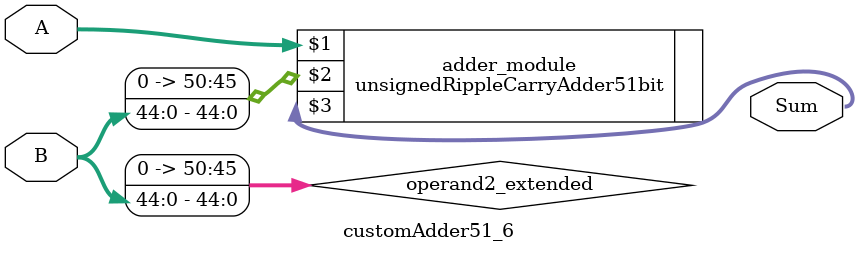
<source format=v>
module customAdder51_6(
                        input [50 : 0] A,
                        input [44 : 0] B,
                        
                        output [51 : 0] Sum
                );

        wire [50 : 0] operand2_extended;
        
        assign operand2_extended =  {6'b0, B};
        
        unsignedRippleCarryAdder51bit adder_module(
            A,
            operand2_extended,
            Sum
        );
        
        endmodule
        
</source>
